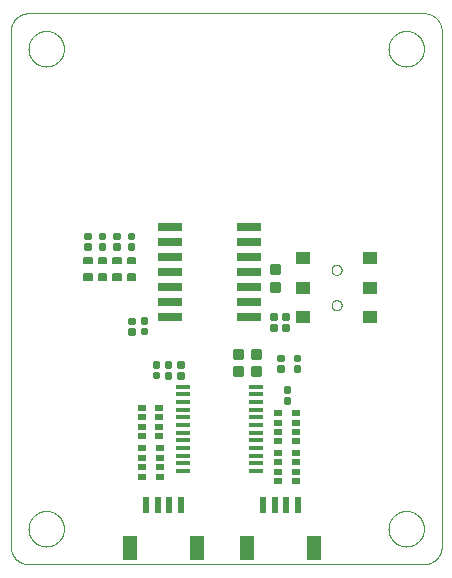
<source format=gtp>
G75*
%MOIN*%
%OFA0B0*%
%FSLAX25Y25*%
%IPPOS*%
%LPD*%
%AMOC8*
5,1,8,0,0,1.08239X$1,22.5*
%
%ADD10C,0.00000*%
%ADD11C,0.01250*%
%ADD12C,0.00875*%
%ADD13R,0.02559X0.01969*%
%ADD14R,0.04528X0.01575*%
%ADD15R,0.08000X0.02600*%
%ADD16C,0.00625*%
%ADD17R,0.02362X0.05315*%
%ADD18R,0.04724X0.07874*%
%ADD19R,0.04528X0.03937*%
D10*
X0007306Y0001900D02*
X0139117Y0001900D01*
X0139269Y0001902D01*
X0139421Y0001908D01*
X0139573Y0001918D01*
X0139724Y0001931D01*
X0139875Y0001949D01*
X0140026Y0001970D01*
X0140176Y0001996D01*
X0140325Y0002025D01*
X0140474Y0002058D01*
X0140621Y0002095D01*
X0140768Y0002135D01*
X0140913Y0002180D01*
X0141057Y0002228D01*
X0141200Y0002280D01*
X0141342Y0002335D01*
X0141482Y0002394D01*
X0141621Y0002457D01*
X0141758Y0002523D01*
X0141893Y0002593D01*
X0142026Y0002666D01*
X0142157Y0002743D01*
X0142287Y0002823D01*
X0142414Y0002906D01*
X0142539Y0002992D01*
X0142662Y0003082D01*
X0142782Y0003175D01*
X0142900Y0003271D01*
X0143016Y0003370D01*
X0143129Y0003472D01*
X0143239Y0003576D01*
X0143347Y0003684D01*
X0143451Y0003794D01*
X0143553Y0003907D01*
X0143652Y0004023D01*
X0143748Y0004141D01*
X0143841Y0004261D01*
X0143931Y0004384D01*
X0144017Y0004509D01*
X0144100Y0004636D01*
X0144180Y0004766D01*
X0144257Y0004897D01*
X0144330Y0005030D01*
X0144400Y0005165D01*
X0144466Y0005302D01*
X0144529Y0005441D01*
X0144588Y0005581D01*
X0144643Y0005723D01*
X0144695Y0005866D01*
X0144743Y0006010D01*
X0144788Y0006155D01*
X0144828Y0006302D01*
X0144865Y0006449D01*
X0144898Y0006598D01*
X0144927Y0006747D01*
X0144953Y0006897D01*
X0144974Y0007048D01*
X0144992Y0007199D01*
X0145005Y0007350D01*
X0145015Y0007502D01*
X0145021Y0007654D01*
X0145023Y0007806D01*
X0145022Y0007806D02*
X0145022Y0179617D01*
X0145023Y0179617D02*
X0145021Y0179769D01*
X0145015Y0179921D01*
X0145005Y0180073D01*
X0144992Y0180224D01*
X0144974Y0180375D01*
X0144953Y0180526D01*
X0144927Y0180676D01*
X0144898Y0180825D01*
X0144865Y0180974D01*
X0144828Y0181121D01*
X0144788Y0181268D01*
X0144743Y0181413D01*
X0144695Y0181557D01*
X0144643Y0181700D01*
X0144588Y0181842D01*
X0144529Y0181982D01*
X0144466Y0182121D01*
X0144400Y0182258D01*
X0144330Y0182393D01*
X0144257Y0182526D01*
X0144180Y0182657D01*
X0144100Y0182787D01*
X0144017Y0182914D01*
X0143931Y0183039D01*
X0143841Y0183162D01*
X0143748Y0183282D01*
X0143652Y0183400D01*
X0143553Y0183516D01*
X0143451Y0183629D01*
X0143347Y0183739D01*
X0143239Y0183847D01*
X0143129Y0183951D01*
X0143016Y0184053D01*
X0142900Y0184152D01*
X0142782Y0184248D01*
X0142662Y0184341D01*
X0142539Y0184431D01*
X0142414Y0184517D01*
X0142287Y0184600D01*
X0142157Y0184680D01*
X0142026Y0184757D01*
X0141893Y0184830D01*
X0141758Y0184900D01*
X0141621Y0184966D01*
X0141482Y0185029D01*
X0141342Y0185088D01*
X0141200Y0185143D01*
X0141057Y0185195D01*
X0140913Y0185243D01*
X0140768Y0185288D01*
X0140621Y0185328D01*
X0140474Y0185365D01*
X0140325Y0185398D01*
X0140176Y0185427D01*
X0140026Y0185453D01*
X0139875Y0185474D01*
X0139724Y0185492D01*
X0139573Y0185505D01*
X0139421Y0185515D01*
X0139269Y0185521D01*
X0139117Y0185523D01*
X0139117Y0185522D02*
X0007306Y0185522D01*
X0007306Y0185523D02*
X0007154Y0185521D01*
X0007002Y0185515D01*
X0006850Y0185505D01*
X0006699Y0185492D01*
X0006548Y0185474D01*
X0006397Y0185453D01*
X0006247Y0185427D01*
X0006098Y0185398D01*
X0005949Y0185365D01*
X0005802Y0185328D01*
X0005655Y0185288D01*
X0005510Y0185243D01*
X0005366Y0185195D01*
X0005223Y0185143D01*
X0005081Y0185088D01*
X0004941Y0185029D01*
X0004802Y0184966D01*
X0004665Y0184900D01*
X0004530Y0184830D01*
X0004397Y0184757D01*
X0004266Y0184680D01*
X0004136Y0184600D01*
X0004009Y0184517D01*
X0003884Y0184431D01*
X0003761Y0184341D01*
X0003641Y0184248D01*
X0003523Y0184152D01*
X0003407Y0184053D01*
X0003294Y0183951D01*
X0003184Y0183847D01*
X0003076Y0183739D01*
X0002972Y0183629D01*
X0002870Y0183516D01*
X0002771Y0183400D01*
X0002675Y0183282D01*
X0002582Y0183162D01*
X0002492Y0183039D01*
X0002406Y0182914D01*
X0002323Y0182787D01*
X0002243Y0182657D01*
X0002166Y0182526D01*
X0002093Y0182393D01*
X0002023Y0182258D01*
X0001957Y0182121D01*
X0001894Y0181982D01*
X0001835Y0181842D01*
X0001780Y0181700D01*
X0001728Y0181557D01*
X0001680Y0181413D01*
X0001635Y0181268D01*
X0001595Y0181121D01*
X0001558Y0180974D01*
X0001525Y0180825D01*
X0001496Y0180676D01*
X0001470Y0180526D01*
X0001449Y0180375D01*
X0001431Y0180224D01*
X0001418Y0180073D01*
X0001408Y0179921D01*
X0001402Y0179769D01*
X0001400Y0179617D01*
X0001400Y0007806D01*
X0001402Y0007654D01*
X0001408Y0007502D01*
X0001418Y0007350D01*
X0001431Y0007199D01*
X0001449Y0007048D01*
X0001470Y0006897D01*
X0001496Y0006747D01*
X0001525Y0006598D01*
X0001558Y0006449D01*
X0001595Y0006302D01*
X0001635Y0006155D01*
X0001680Y0006010D01*
X0001728Y0005866D01*
X0001780Y0005723D01*
X0001835Y0005581D01*
X0001894Y0005441D01*
X0001957Y0005302D01*
X0002023Y0005165D01*
X0002093Y0005030D01*
X0002166Y0004897D01*
X0002243Y0004766D01*
X0002323Y0004636D01*
X0002406Y0004509D01*
X0002492Y0004384D01*
X0002582Y0004261D01*
X0002675Y0004141D01*
X0002771Y0004023D01*
X0002870Y0003907D01*
X0002972Y0003794D01*
X0003076Y0003684D01*
X0003184Y0003576D01*
X0003294Y0003472D01*
X0003407Y0003370D01*
X0003523Y0003271D01*
X0003641Y0003175D01*
X0003761Y0003082D01*
X0003884Y0002992D01*
X0004009Y0002906D01*
X0004136Y0002823D01*
X0004266Y0002743D01*
X0004397Y0002666D01*
X0004530Y0002593D01*
X0004665Y0002523D01*
X0004802Y0002457D01*
X0004941Y0002394D01*
X0005081Y0002335D01*
X0005223Y0002280D01*
X0005366Y0002228D01*
X0005510Y0002180D01*
X0005655Y0002135D01*
X0005802Y0002095D01*
X0005949Y0002058D01*
X0006098Y0002025D01*
X0006247Y0001996D01*
X0006397Y0001970D01*
X0006548Y0001949D01*
X0006699Y0001931D01*
X0006850Y0001918D01*
X0007002Y0001908D01*
X0007154Y0001902D01*
X0007306Y0001900D01*
X0007305Y0013711D02*
X0007307Y0013864D01*
X0007313Y0014018D01*
X0007323Y0014171D01*
X0007337Y0014323D01*
X0007355Y0014476D01*
X0007377Y0014627D01*
X0007402Y0014778D01*
X0007432Y0014929D01*
X0007466Y0015079D01*
X0007503Y0015227D01*
X0007544Y0015375D01*
X0007589Y0015521D01*
X0007638Y0015667D01*
X0007691Y0015811D01*
X0007747Y0015953D01*
X0007807Y0016094D01*
X0007871Y0016234D01*
X0007938Y0016372D01*
X0008009Y0016508D01*
X0008084Y0016642D01*
X0008161Y0016774D01*
X0008243Y0016904D01*
X0008327Y0017032D01*
X0008415Y0017158D01*
X0008506Y0017281D01*
X0008600Y0017402D01*
X0008698Y0017520D01*
X0008798Y0017636D01*
X0008902Y0017749D01*
X0009008Y0017860D01*
X0009117Y0017968D01*
X0009229Y0018073D01*
X0009343Y0018174D01*
X0009461Y0018273D01*
X0009580Y0018369D01*
X0009702Y0018462D01*
X0009827Y0018551D01*
X0009954Y0018638D01*
X0010083Y0018720D01*
X0010214Y0018800D01*
X0010347Y0018876D01*
X0010482Y0018949D01*
X0010619Y0019018D01*
X0010758Y0019083D01*
X0010898Y0019145D01*
X0011040Y0019203D01*
X0011183Y0019258D01*
X0011328Y0019309D01*
X0011474Y0019356D01*
X0011621Y0019399D01*
X0011769Y0019438D01*
X0011918Y0019474D01*
X0012068Y0019505D01*
X0012219Y0019533D01*
X0012370Y0019557D01*
X0012523Y0019577D01*
X0012675Y0019593D01*
X0012828Y0019605D01*
X0012981Y0019613D01*
X0013134Y0019617D01*
X0013288Y0019617D01*
X0013441Y0019613D01*
X0013594Y0019605D01*
X0013747Y0019593D01*
X0013899Y0019577D01*
X0014052Y0019557D01*
X0014203Y0019533D01*
X0014354Y0019505D01*
X0014504Y0019474D01*
X0014653Y0019438D01*
X0014801Y0019399D01*
X0014948Y0019356D01*
X0015094Y0019309D01*
X0015239Y0019258D01*
X0015382Y0019203D01*
X0015524Y0019145D01*
X0015664Y0019083D01*
X0015803Y0019018D01*
X0015940Y0018949D01*
X0016075Y0018876D01*
X0016208Y0018800D01*
X0016339Y0018720D01*
X0016468Y0018638D01*
X0016595Y0018551D01*
X0016720Y0018462D01*
X0016842Y0018369D01*
X0016961Y0018273D01*
X0017079Y0018174D01*
X0017193Y0018073D01*
X0017305Y0017968D01*
X0017414Y0017860D01*
X0017520Y0017749D01*
X0017624Y0017636D01*
X0017724Y0017520D01*
X0017822Y0017402D01*
X0017916Y0017281D01*
X0018007Y0017158D01*
X0018095Y0017032D01*
X0018179Y0016904D01*
X0018261Y0016774D01*
X0018338Y0016642D01*
X0018413Y0016508D01*
X0018484Y0016372D01*
X0018551Y0016234D01*
X0018615Y0016094D01*
X0018675Y0015953D01*
X0018731Y0015811D01*
X0018784Y0015667D01*
X0018833Y0015521D01*
X0018878Y0015375D01*
X0018919Y0015227D01*
X0018956Y0015079D01*
X0018990Y0014929D01*
X0019020Y0014778D01*
X0019045Y0014627D01*
X0019067Y0014476D01*
X0019085Y0014323D01*
X0019099Y0014171D01*
X0019109Y0014018D01*
X0019115Y0013864D01*
X0019117Y0013711D01*
X0019115Y0013558D01*
X0019109Y0013404D01*
X0019099Y0013251D01*
X0019085Y0013099D01*
X0019067Y0012946D01*
X0019045Y0012795D01*
X0019020Y0012644D01*
X0018990Y0012493D01*
X0018956Y0012343D01*
X0018919Y0012195D01*
X0018878Y0012047D01*
X0018833Y0011901D01*
X0018784Y0011755D01*
X0018731Y0011611D01*
X0018675Y0011469D01*
X0018615Y0011328D01*
X0018551Y0011188D01*
X0018484Y0011050D01*
X0018413Y0010914D01*
X0018338Y0010780D01*
X0018261Y0010648D01*
X0018179Y0010518D01*
X0018095Y0010390D01*
X0018007Y0010264D01*
X0017916Y0010141D01*
X0017822Y0010020D01*
X0017724Y0009902D01*
X0017624Y0009786D01*
X0017520Y0009673D01*
X0017414Y0009562D01*
X0017305Y0009454D01*
X0017193Y0009349D01*
X0017079Y0009248D01*
X0016961Y0009149D01*
X0016842Y0009053D01*
X0016720Y0008960D01*
X0016595Y0008871D01*
X0016468Y0008784D01*
X0016339Y0008702D01*
X0016208Y0008622D01*
X0016075Y0008546D01*
X0015940Y0008473D01*
X0015803Y0008404D01*
X0015664Y0008339D01*
X0015524Y0008277D01*
X0015382Y0008219D01*
X0015239Y0008164D01*
X0015094Y0008113D01*
X0014948Y0008066D01*
X0014801Y0008023D01*
X0014653Y0007984D01*
X0014504Y0007948D01*
X0014354Y0007917D01*
X0014203Y0007889D01*
X0014052Y0007865D01*
X0013899Y0007845D01*
X0013747Y0007829D01*
X0013594Y0007817D01*
X0013441Y0007809D01*
X0013288Y0007805D01*
X0013134Y0007805D01*
X0012981Y0007809D01*
X0012828Y0007817D01*
X0012675Y0007829D01*
X0012523Y0007845D01*
X0012370Y0007865D01*
X0012219Y0007889D01*
X0012068Y0007917D01*
X0011918Y0007948D01*
X0011769Y0007984D01*
X0011621Y0008023D01*
X0011474Y0008066D01*
X0011328Y0008113D01*
X0011183Y0008164D01*
X0011040Y0008219D01*
X0010898Y0008277D01*
X0010758Y0008339D01*
X0010619Y0008404D01*
X0010482Y0008473D01*
X0010347Y0008546D01*
X0010214Y0008622D01*
X0010083Y0008702D01*
X0009954Y0008784D01*
X0009827Y0008871D01*
X0009702Y0008960D01*
X0009580Y0009053D01*
X0009461Y0009149D01*
X0009343Y0009248D01*
X0009229Y0009349D01*
X0009117Y0009454D01*
X0009008Y0009562D01*
X0008902Y0009673D01*
X0008798Y0009786D01*
X0008698Y0009902D01*
X0008600Y0010020D01*
X0008506Y0010141D01*
X0008415Y0010264D01*
X0008327Y0010390D01*
X0008243Y0010518D01*
X0008161Y0010648D01*
X0008084Y0010780D01*
X0008009Y0010914D01*
X0007938Y0011050D01*
X0007871Y0011188D01*
X0007807Y0011328D01*
X0007747Y0011469D01*
X0007691Y0011611D01*
X0007638Y0011755D01*
X0007589Y0011901D01*
X0007544Y0012047D01*
X0007503Y0012195D01*
X0007466Y0012343D01*
X0007432Y0012493D01*
X0007402Y0012644D01*
X0007377Y0012795D01*
X0007355Y0012946D01*
X0007337Y0013099D01*
X0007323Y0013251D01*
X0007313Y0013404D01*
X0007307Y0013558D01*
X0007305Y0013711D01*
X0108327Y0088194D02*
X0108329Y0088275D01*
X0108335Y0088357D01*
X0108345Y0088438D01*
X0108359Y0088518D01*
X0108376Y0088597D01*
X0108398Y0088676D01*
X0108423Y0088753D01*
X0108452Y0088830D01*
X0108485Y0088904D01*
X0108522Y0088977D01*
X0108561Y0089048D01*
X0108605Y0089117D01*
X0108651Y0089184D01*
X0108701Y0089248D01*
X0108754Y0089310D01*
X0108810Y0089370D01*
X0108868Y0089426D01*
X0108930Y0089480D01*
X0108994Y0089531D01*
X0109060Y0089578D01*
X0109128Y0089622D01*
X0109199Y0089663D01*
X0109271Y0089700D01*
X0109346Y0089734D01*
X0109421Y0089764D01*
X0109499Y0089790D01*
X0109577Y0089813D01*
X0109656Y0089831D01*
X0109736Y0089846D01*
X0109817Y0089857D01*
X0109898Y0089864D01*
X0109980Y0089867D01*
X0110061Y0089866D01*
X0110142Y0089861D01*
X0110223Y0089852D01*
X0110304Y0089839D01*
X0110384Y0089822D01*
X0110462Y0089802D01*
X0110540Y0089777D01*
X0110617Y0089749D01*
X0110692Y0089717D01*
X0110765Y0089682D01*
X0110836Y0089643D01*
X0110906Y0089600D01*
X0110973Y0089555D01*
X0111039Y0089506D01*
X0111101Y0089454D01*
X0111161Y0089398D01*
X0111218Y0089340D01*
X0111273Y0089280D01*
X0111324Y0089216D01*
X0111372Y0089151D01*
X0111417Y0089083D01*
X0111459Y0089013D01*
X0111497Y0088941D01*
X0111532Y0088867D01*
X0111563Y0088792D01*
X0111590Y0088715D01*
X0111613Y0088637D01*
X0111633Y0088558D01*
X0111649Y0088478D01*
X0111661Y0088397D01*
X0111669Y0088316D01*
X0111673Y0088235D01*
X0111673Y0088153D01*
X0111669Y0088072D01*
X0111661Y0087991D01*
X0111649Y0087910D01*
X0111633Y0087830D01*
X0111613Y0087751D01*
X0111590Y0087673D01*
X0111563Y0087596D01*
X0111532Y0087521D01*
X0111497Y0087447D01*
X0111459Y0087375D01*
X0111417Y0087305D01*
X0111372Y0087237D01*
X0111324Y0087172D01*
X0111273Y0087108D01*
X0111218Y0087048D01*
X0111161Y0086990D01*
X0111101Y0086934D01*
X0111039Y0086882D01*
X0110973Y0086833D01*
X0110906Y0086788D01*
X0110837Y0086745D01*
X0110765Y0086706D01*
X0110692Y0086671D01*
X0110617Y0086639D01*
X0110540Y0086611D01*
X0110462Y0086586D01*
X0110384Y0086566D01*
X0110304Y0086549D01*
X0110223Y0086536D01*
X0110142Y0086527D01*
X0110061Y0086522D01*
X0109980Y0086521D01*
X0109898Y0086524D01*
X0109817Y0086531D01*
X0109736Y0086542D01*
X0109656Y0086557D01*
X0109577Y0086575D01*
X0109499Y0086598D01*
X0109421Y0086624D01*
X0109346Y0086654D01*
X0109271Y0086688D01*
X0109199Y0086725D01*
X0109128Y0086766D01*
X0109060Y0086810D01*
X0108994Y0086857D01*
X0108930Y0086908D01*
X0108868Y0086962D01*
X0108810Y0087018D01*
X0108754Y0087078D01*
X0108701Y0087140D01*
X0108651Y0087204D01*
X0108605Y0087271D01*
X0108561Y0087340D01*
X0108522Y0087411D01*
X0108485Y0087484D01*
X0108452Y0087558D01*
X0108423Y0087635D01*
X0108398Y0087712D01*
X0108376Y0087791D01*
X0108359Y0087870D01*
X0108345Y0087950D01*
X0108335Y0088031D01*
X0108329Y0088113D01*
X0108327Y0088194D01*
X0108327Y0100006D02*
X0108329Y0100087D01*
X0108335Y0100169D01*
X0108345Y0100250D01*
X0108359Y0100330D01*
X0108376Y0100409D01*
X0108398Y0100488D01*
X0108423Y0100565D01*
X0108452Y0100642D01*
X0108485Y0100716D01*
X0108522Y0100789D01*
X0108561Y0100860D01*
X0108605Y0100929D01*
X0108651Y0100996D01*
X0108701Y0101060D01*
X0108754Y0101122D01*
X0108810Y0101182D01*
X0108868Y0101238D01*
X0108930Y0101292D01*
X0108994Y0101343D01*
X0109060Y0101390D01*
X0109128Y0101434D01*
X0109199Y0101475D01*
X0109271Y0101512D01*
X0109346Y0101546D01*
X0109421Y0101576D01*
X0109499Y0101602D01*
X0109577Y0101625D01*
X0109656Y0101643D01*
X0109736Y0101658D01*
X0109817Y0101669D01*
X0109898Y0101676D01*
X0109980Y0101679D01*
X0110061Y0101678D01*
X0110142Y0101673D01*
X0110223Y0101664D01*
X0110304Y0101651D01*
X0110384Y0101634D01*
X0110462Y0101614D01*
X0110540Y0101589D01*
X0110617Y0101561D01*
X0110692Y0101529D01*
X0110765Y0101494D01*
X0110836Y0101455D01*
X0110906Y0101412D01*
X0110973Y0101367D01*
X0111039Y0101318D01*
X0111101Y0101266D01*
X0111161Y0101210D01*
X0111218Y0101152D01*
X0111273Y0101092D01*
X0111324Y0101028D01*
X0111372Y0100963D01*
X0111417Y0100895D01*
X0111459Y0100825D01*
X0111497Y0100753D01*
X0111532Y0100679D01*
X0111563Y0100604D01*
X0111590Y0100527D01*
X0111613Y0100449D01*
X0111633Y0100370D01*
X0111649Y0100290D01*
X0111661Y0100209D01*
X0111669Y0100128D01*
X0111673Y0100047D01*
X0111673Y0099965D01*
X0111669Y0099884D01*
X0111661Y0099803D01*
X0111649Y0099722D01*
X0111633Y0099642D01*
X0111613Y0099563D01*
X0111590Y0099485D01*
X0111563Y0099408D01*
X0111532Y0099333D01*
X0111497Y0099259D01*
X0111459Y0099187D01*
X0111417Y0099117D01*
X0111372Y0099049D01*
X0111324Y0098984D01*
X0111273Y0098920D01*
X0111218Y0098860D01*
X0111161Y0098802D01*
X0111101Y0098746D01*
X0111039Y0098694D01*
X0110973Y0098645D01*
X0110906Y0098600D01*
X0110837Y0098557D01*
X0110765Y0098518D01*
X0110692Y0098483D01*
X0110617Y0098451D01*
X0110540Y0098423D01*
X0110462Y0098398D01*
X0110384Y0098378D01*
X0110304Y0098361D01*
X0110223Y0098348D01*
X0110142Y0098339D01*
X0110061Y0098334D01*
X0109980Y0098333D01*
X0109898Y0098336D01*
X0109817Y0098343D01*
X0109736Y0098354D01*
X0109656Y0098369D01*
X0109577Y0098387D01*
X0109499Y0098410D01*
X0109421Y0098436D01*
X0109346Y0098466D01*
X0109271Y0098500D01*
X0109199Y0098537D01*
X0109128Y0098578D01*
X0109060Y0098622D01*
X0108994Y0098669D01*
X0108930Y0098720D01*
X0108868Y0098774D01*
X0108810Y0098830D01*
X0108754Y0098890D01*
X0108701Y0098952D01*
X0108651Y0099016D01*
X0108605Y0099083D01*
X0108561Y0099152D01*
X0108522Y0099223D01*
X0108485Y0099296D01*
X0108452Y0099370D01*
X0108423Y0099447D01*
X0108398Y0099524D01*
X0108376Y0099603D01*
X0108359Y0099682D01*
X0108345Y0099762D01*
X0108335Y0099843D01*
X0108329Y0099925D01*
X0108327Y0100006D01*
X0127305Y0173711D02*
X0127307Y0173864D01*
X0127313Y0174018D01*
X0127323Y0174171D01*
X0127337Y0174323D01*
X0127355Y0174476D01*
X0127377Y0174627D01*
X0127402Y0174778D01*
X0127432Y0174929D01*
X0127466Y0175079D01*
X0127503Y0175227D01*
X0127544Y0175375D01*
X0127589Y0175521D01*
X0127638Y0175667D01*
X0127691Y0175811D01*
X0127747Y0175953D01*
X0127807Y0176094D01*
X0127871Y0176234D01*
X0127938Y0176372D01*
X0128009Y0176508D01*
X0128084Y0176642D01*
X0128161Y0176774D01*
X0128243Y0176904D01*
X0128327Y0177032D01*
X0128415Y0177158D01*
X0128506Y0177281D01*
X0128600Y0177402D01*
X0128698Y0177520D01*
X0128798Y0177636D01*
X0128902Y0177749D01*
X0129008Y0177860D01*
X0129117Y0177968D01*
X0129229Y0178073D01*
X0129343Y0178174D01*
X0129461Y0178273D01*
X0129580Y0178369D01*
X0129702Y0178462D01*
X0129827Y0178551D01*
X0129954Y0178638D01*
X0130083Y0178720D01*
X0130214Y0178800D01*
X0130347Y0178876D01*
X0130482Y0178949D01*
X0130619Y0179018D01*
X0130758Y0179083D01*
X0130898Y0179145D01*
X0131040Y0179203D01*
X0131183Y0179258D01*
X0131328Y0179309D01*
X0131474Y0179356D01*
X0131621Y0179399D01*
X0131769Y0179438D01*
X0131918Y0179474D01*
X0132068Y0179505D01*
X0132219Y0179533D01*
X0132370Y0179557D01*
X0132523Y0179577D01*
X0132675Y0179593D01*
X0132828Y0179605D01*
X0132981Y0179613D01*
X0133134Y0179617D01*
X0133288Y0179617D01*
X0133441Y0179613D01*
X0133594Y0179605D01*
X0133747Y0179593D01*
X0133899Y0179577D01*
X0134052Y0179557D01*
X0134203Y0179533D01*
X0134354Y0179505D01*
X0134504Y0179474D01*
X0134653Y0179438D01*
X0134801Y0179399D01*
X0134948Y0179356D01*
X0135094Y0179309D01*
X0135239Y0179258D01*
X0135382Y0179203D01*
X0135524Y0179145D01*
X0135664Y0179083D01*
X0135803Y0179018D01*
X0135940Y0178949D01*
X0136075Y0178876D01*
X0136208Y0178800D01*
X0136339Y0178720D01*
X0136468Y0178638D01*
X0136595Y0178551D01*
X0136720Y0178462D01*
X0136842Y0178369D01*
X0136961Y0178273D01*
X0137079Y0178174D01*
X0137193Y0178073D01*
X0137305Y0177968D01*
X0137414Y0177860D01*
X0137520Y0177749D01*
X0137624Y0177636D01*
X0137724Y0177520D01*
X0137822Y0177402D01*
X0137916Y0177281D01*
X0138007Y0177158D01*
X0138095Y0177032D01*
X0138179Y0176904D01*
X0138261Y0176774D01*
X0138338Y0176642D01*
X0138413Y0176508D01*
X0138484Y0176372D01*
X0138551Y0176234D01*
X0138615Y0176094D01*
X0138675Y0175953D01*
X0138731Y0175811D01*
X0138784Y0175667D01*
X0138833Y0175521D01*
X0138878Y0175375D01*
X0138919Y0175227D01*
X0138956Y0175079D01*
X0138990Y0174929D01*
X0139020Y0174778D01*
X0139045Y0174627D01*
X0139067Y0174476D01*
X0139085Y0174323D01*
X0139099Y0174171D01*
X0139109Y0174018D01*
X0139115Y0173864D01*
X0139117Y0173711D01*
X0139115Y0173558D01*
X0139109Y0173404D01*
X0139099Y0173251D01*
X0139085Y0173099D01*
X0139067Y0172946D01*
X0139045Y0172795D01*
X0139020Y0172644D01*
X0138990Y0172493D01*
X0138956Y0172343D01*
X0138919Y0172195D01*
X0138878Y0172047D01*
X0138833Y0171901D01*
X0138784Y0171755D01*
X0138731Y0171611D01*
X0138675Y0171469D01*
X0138615Y0171328D01*
X0138551Y0171188D01*
X0138484Y0171050D01*
X0138413Y0170914D01*
X0138338Y0170780D01*
X0138261Y0170648D01*
X0138179Y0170518D01*
X0138095Y0170390D01*
X0138007Y0170264D01*
X0137916Y0170141D01*
X0137822Y0170020D01*
X0137724Y0169902D01*
X0137624Y0169786D01*
X0137520Y0169673D01*
X0137414Y0169562D01*
X0137305Y0169454D01*
X0137193Y0169349D01*
X0137079Y0169248D01*
X0136961Y0169149D01*
X0136842Y0169053D01*
X0136720Y0168960D01*
X0136595Y0168871D01*
X0136468Y0168784D01*
X0136339Y0168702D01*
X0136208Y0168622D01*
X0136075Y0168546D01*
X0135940Y0168473D01*
X0135803Y0168404D01*
X0135664Y0168339D01*
X0135524Y0168277D01*
X0135382Y0168219D01*
X0135239Y0168164D01*
X0135094Y0168113D01*
X0134948Y0168066D01*
X0134801Y0168023D01*
X0134653Y0167984D01*
X0134504Y0167948D01*
X0134354Y0167917D01*
X0134203Y0167889D01*
X0134052Y0167865D01*
X0133899Y0167845D01*
X0133747Y0167829D01*
X0133594Y0167817D01*
X0133441Y0167809D01*
X0133288Y0167805D01*
X0133134Y0167805D01*
X0132981Y0167809D01*
X0132828Y0167817D01*
X0132675Y0167829D01*
X0132523Y0167845D01*
X0132370Y0167865D01*
X0132219Y0167889D01*
X0132068Y0167917D01*
X0131918Y0167948D01*
X0131769Y0167984D01*
X0131621Y0168023D01*
X0131474Y0168066D01*
X0131328Y0168113D01*
X0131183Y0168164D01*
X0131040Y0168219D01*
X0130898Y0168277D01*
X0130758Y0168339D01*
X0130619Y0168404D01*
X0130482Y0168473D01*
X0130347Y0168546D01*
X0130214Y0168622D01*
X0130083Y0168702D01*
X0129954Y0168784D01*
X0129827Y0168871D01*
X0129702Y0168960D01*
X0129580Y0169053D01*
X0129461Y0169149D01*
X0129343Y0169248D01*
X0129229Y0169349D01*
X0129117Y0169454D01*
X0129008Y0169562D01*
X0128902Y0169673D01*
X0128798Y0169786D01*
X0128698Y0169902D01*
X0128600Y0170020D01*
X0128506Y0170141D01*
X0128415Y0170264D01*
X0128327Y0170390D01*
X0128243Y0170518D01*
X0128161Y0170648D01*
X0128084Y0170780D01*
X0128009Y0170914D01*
X0127938Y0171050D01*
X0127871Y0171188D01*
X0127807Y0171328D01*
X0127747Y0171469D01*
X0127691Y0171611D01*
X0127638Y0171755D01*
X0127589Y0171901D01*
X0127544Y0172047D01*
X0127503Y0172195D01*
X0127466Y0172343D01*
X0127432Y0172493D01*
X0127402Y0172644D01*
X0127377Y0172795D01*
X0127355Y0172946D01*
X0127337Y0173099D01*
X0127323Y0173251D01*
X0127313Y0173404D01*
X0127307Y0173558D01*
X0127305Y0173711D01*
X0007305Y0173711D02*
X0007307Y0173864D01*
X0007313Y0174018D01*
X0007323Y0174171D01*
X0007337Y0174323D01*
X0007355Y0174476D01*
X0007377Y0174627D01*
X0007402Y0174778D01*
X0007432Y0174929D01*
X0007466Y0175079D01*
X0007503Y0175227D01*
X0007544Y0175375D01*
X0007589Y0175521D01*
X0007638Y0175667D01*
X0007691Y0175811D01*
X0007747Y0175953D01*
X0007807Y0176094D01*
X0007871Y0176234D01*
X0007938Y0176372D01*
X0008009Y0176508D01*
X0008084Y0176642D01*
X0008161Y0176774D01*
X0008243Y0176904D01*
X0008327Y0177032D01*
X0008415Y0177158D01*
X0008506Y0177281D01*
X0008600Y0177402D01*
X0008698Y0177520D01*
X0008798Y0177636D01*
X0008902Y0177749D01*
X0009008Y0177860D01*
X0009117Y0177968D01*
X0009229Y0178073D01*
X0009343Y0178174D01*
X0009461Y0178273D01*
X0009580Y0178369D01*
X0009702Y0178462D01*
X0009827Y0178551D01*
X0009954Y0178638D01*
X0010083Y0178720D01*
X0010214Y0178800D01*
X0010347Y0178876D01*
X0010482Y0178949D01*
X0010619Y0179018D01*
X0010758Y0179083D01*
X0010898Y0179145D01*
X0011040Y0179203D01*
X0011183Y0179258D01*
X0011328Y0179309D01*
X0011474Y0179356D01*
X0011621Y0179399D01*
X0011769Y0179438D01*
X0011918Y0179474D01*
X0012068Y0179505D01*
X0012219Y0179533D01*
X0012370Y0179557D01*
X0012523Y0179577D01*
X0012675Y0179593D01*
X0012828Y0179605D01*
X0012981Y0179613D01*
X0013134Y0179617D01*
X0013288Y0179617D01*
X0013441Y0179613D01*
X0013594Y0179605D01*
X0013747Y0179593D01*
X0013899Y0179577D01*
X0014052Y0179557D01*
X0014203Y0179533D01*
X0014354Y0179505D01*
X0014504Y0179474D01*
X0014653Y0179438D01*
X0014801Y0179399D01*
X0014948Y0179356D01*
X0015094Y0179309D01*
X0015239Y0179258D01*
X0015382Y0179203D01*
X0015524Y0179145D01*
X0015664Y0179083D01*
X0015803Y0179018D01*
X0015940Y0178949D01*
X0016075Y0178876D01*
X0016208Y0178800D01*
X0016339Y0178720D01*
X0016468Y0178638D01*
X0016595Y0178551D01*
X0016720Y0178462D01*
X0016842Y0178369D01*
X0016961Y0178273D01*
X0017079Y0178174D01*
X0017193Y0178073D01*
X0017305Y0177968D01*
X0017414Y0177860D01*
X0017520Y0177749D01*
X0017624Y0177636D01*
X0017724Y0177520D01*
X0017822Y0177402D01*
X0017916Y0177281D01*
X0018007Y0177158D01*
X0018095Y0177032D01*
X0018179Y0176904D01*
X0018261Y0176774D01*
X0018338Y0176642D01*
X0018413Y0176508D01*
X0018484Y0176372D01*
X0018551Y0176234D01*
X0018615Y0176094D01*
X0018675Y0175953D01*
X0018731Y0175811D01*
X0018784Y0175667D01*
X0018833Y0175521D01*
X0018878Y0175375D01*
X0018919Y0175227D01*
X0018956Y0175079D01*
X0018990Y0174929D01*
X0019020Y0174778D01*
X0019045Y0174627D01*
X0019067Y0174476D01*
X0019085Y0174323D01*
X0019099Y0174171D01*
X0019109Y0174018D01*
X0019115Y0173864D01*
X0019117Y0173711D01*
X0019115Y0173558D01*
X0019109Y0173404D01*
X0019099Y0173251D01*
X0019085Y0173099D01*
X0019067Y0172946D01*
X0019045Y0172795D01*
X0019020Y0172644D01*
X0018990Y0172493D01*
X0018956Y0172343D01*
X0018919Y0172195D01*
X0018878Y0172047D01*
X0018833Y0171901D01*
X0018784Y0171755D01*
X0018731Y0171611D01*
X0018675Y0171469D01*
X0018615Y0171328D01*
X0018551Y0171188D01*
X0018484Y0171050D01*
X0018413Y0170914D01*
X0018338Y0170780D01*
X0018261Y0170648D01*
X0018179Y0170518D01*
X0018095Y0170390D01*
X0018007Y0170264D01*
X0017916Y0170141D01*
X0017822Y0170020D01*
X0017724Y0169902D01*
X0017624Y0169786D01*
X0017520Y0169673D01*
X0017414Y0169562D01*
X0017305Y0169454D01*
X0017193Y0169349D01*
X0017079Y0169248D01*
X0016961Y0169149D01*
X0016842Y0169053D01*
X0016720Y0168960D01*
X0016595Y0168871D01*
X0016468Y0168784D01*
X0016339Y0168702D01*
X0016208Y0168622D01*
X0016075Y0168546D01*
X0015940Y0168473D01*
X0015803Y0168404D01*
X0015664Y0168339D01*
X0015524Y0168277D01*
X0015382Y0168219D01*
X0015239Y0168164D01*
X0015094Y0168113D01*
X0014948Y0168066D01*
X0014801Y0168023D01*
X0014653Y0167984D01*
X0014504Y0167948D01*
X0014354Y0167917D01*
X0014203Y0167889D01*
X0014052Y0167865D01*
X0013899Y0167845D01*
X0013747Y0167829D01*
X0013594Y0167817D01*
X0013441Y0167809D01*
X0013288Y0167805D01*
X0013134Y0167805D01*
X0012981Y0167809D01*
X0012828Y0167817D01*
X0012675Y0167829D01*
X0012523Y0167845D01*
X0012370Y0167865D01*
X0012219Y0167889D01*
X0012068Y0167917D01*
X0011918Y0167948D01*
X0011769Y0167984D01*
X0011621Y0168023D01*
X0011474Y0168066D01*
X0011328Y0168113D01*
X0011183Y0168164D01*
X0011040Y0168219D01*
X0010898Y0168277D01*
X0010758Y0168339D01*
X0010619Y0168404D01*
X0010482Y0168473D01*
X0010347Y0168546D01*
X0010214Y0168622D01*
X0010083Y0168702D01*
X0009954Y0168784D01*
X0009827Y0168871D01*
X0009702Y0168960D01*
X0009580Y0169053D01*
X0009461Y0169149D01*
X0009343Y0169248D01*
X0009229Y0169349D01*
X0009117Y0169454D01*
X0009008Y0169562D01*
X0008902Y0169673D01*
X0008798Y0169786D01*
X0008698Y0169902D01*
X0008600Y0170020D01*
X0008506Y0170141D01*
X0008415Y0170264D01*
X0008327Y0170390D01*
X0008243Y0170518D01*
X0008161Y0170648D01*
X0008084Y0170780D01*
X0008009Y0170914D01*
X0007938Y0171050D01*
X0007871Y0171188D01*
X0007807Y0171328D01*
X0007747Y0171469D01*
X0007691Y0171611D01*
X0007638Y0171755D01*
X0007589Y0171901D01*
X0007544Y0172047D01*
X0007503Y0172195D01*
X0007466Y0172343D01*
X0007432Y0172493D01*
X0007402Y0172644D01*
X0007377Y0172795D01*
X0007355Y0172946D01*
X0007337Y0173099D01*
X0007323Y0173251D01*
X0007313Y0173404D01*
X0007307Y0173558D01*
X0007305Y0173711D01*
X0127305Y0013711D02*
X0127307Y0013864D01*
X0127313Y0014018D01*
X0127323Y0014171D01*
X0127337Y0014323D01*
X0127355Y0014476D01*
X0127377Y0014627D01*
X0127402Y0014778D01*
X0127432Y0014929D01*
X0127466Y0015079D01*
X0127503Y0015227D01*
X0127544Y0015375D01*
X0127589Y0015521D01*
X0127638Y0015667D01*
X0127691Y0015811D01*
X0127747Y0015953D01*
X0127807Y0016094D01*
X0127871Y0016234D01*
X0127938Y0016372D01*
X0128009Y0016508D01*
X0128084Y0016642D01*
X0128161Y0016774D01*
X0128243Y0016904D01*
X0128327Y0017032D01*
X0128415Y0017158D01*
X0128506Y0017281D01*
X0128600Y0017402D01*
X0128698Y0017520D01*
X0128798Y0017636D01*
X0128902Y0017749D01*
X0129008Y0017860D01*
X0129117Y0017968D01*
X0129229Y0018073D01*
X0129343Y0018174D01*
X0129461Y0018273D01*
X0129580Y0018369D01*
X0129702Y0018462D01*
X0129827Y0018551D01*
X0129954Y0018638D01*
X0130083Y0018720D01*
X0130214Y0018800D01*
X0130347Y0018876D01*
X0130482Y0018949D01*
X0130619Y0019018D01*
X0130758Y0019083D01*
X0130898Y0019145D01*
X0131040Y0019203D01*
X0131183Y0019258D01*
X0131328Y0019309D01*
X0131474Y0019356D01*
X0131621Y0019399D01*
X0131769Y0019438D01*
X0131918Y0019474D01*
X0132068Y0019505D01*
X0132219Y0019533D01*
X0132370Y0019557D01*
X0132523Y0019577D01*
X0132675Y0019593D01*
X0132828Y0019605D01*
X0132981Y0019613D01*
X0133134Y0019617D01*
X0133288Y0019617D01*
X0133441Y0019613D01*
X0133594Y0019605D01*
X0133747Y0019593D01*
X0133899Y0019577D01*
X0134052Y0019557D01*
X0134203Y0019533D01*
X0134354Y0019505D01*
X0134504Y0019474D01*
X0134653Y0019438D01*
X0134801Y0019399D01*
X0134948Y0019356D01*
X0135094Y0019309D01*
X0135239Y0019258D01*
X0135382Y0019203D01*
X0135524Y0019145D01*
X0135664Y0019083D01*
X0135803Y0019018D01*
X0135940Y0018949D01*
X0136075Y0018876D01*
X0136208Y0018800D01*
X0136339Y0018720D01*
X0136468Y0018638D01*
X0136595Y0018551D01*
X0136720Y0018462D01*
X0136842Y0018369D01*
X0136961Y0018273D01*
X0137079Y0018174D01*
X0137193Y0018073D01*
X0137305Y0017968D01*
X0137414Y0017860D01*
X0137520Y0017749D01*
X0137624Y0017636D01*
X0137724Y0017520D01*
X0137822Y0017402D01*
X0137916Y0017281D01*
X0138007Y0017158D01*
X0138095Y0017032D01*
X0138179Y0016904D01*
X0138261Y0016774D01*
X0138338Y0016642D01*
X0138413Y0016508D01*
X0138484Y0016372D01*
X0138551Y0016234D01*
X0138615Y0016094D01*
X0138675Y0015953D01*
X0138731Y0015811D01*
X0138784Y0015667D01*
X0138833Y0015521D01*
X0138878Y0015375D01*
X0138919Y0015227D01*
X0138956Y0015079D01*
X0138990Y0014929D01*
X0139020Y0014778D01*
X0139045Y0014627D01*
X0139067Y0014476D01*
X0139085Y0014323D01*
X0139099Y0014171D01*
X0139109Y0014018D01*
X0139115Y0013864D01*
X0139117Y0013711D01*
X0139115Y0013558D01*
X0139109Y0013404D01*
X0139099Y0013251D01*
X0139085Y0013099D01*
X0139067Y0012946D01*
X0139045Y0012795D01*
X0139020Y0012644D01*
X0138990Y0012493D01*
X0138956Y0012343D01*
X0138919Y0012195D01*
X0138878Y0012047D01*
X0138833Y0011901D01*
X0138784Y0011755D01*
X0138731Y0011611D01*
X0138675Y0011469D01*
X0138615Y0011328D01*
X0138551Y0011188D01*
X0138484Y0011050D01*
X0138413Y0010914D01*
X0138338Y0010780D01*
X0138261Y0010648D01*
X0138179Y0010518D01*
X0138095Y0010390D01*
X0138007Y0010264D01*
X0137916Y0010141D01*
X0137822Y0010020D01*
X0137724Y0009902D01*
X0137624Y0009786D01*
X0137520Y0009673D01*
X0137414Y0009562D01*
X0137305Y0009454D01*
X0137193Y0009349D01*
X0137079Y0009248D01*
X0136961Y0009149D01*
X0136842Y0009053D01*
X0136720Y0008960D01*
X0136595Y0008871D01*
X0136468Y0008784D01*
X0136339Y0008702D01*
X0136208Y0008622D01*
X0136075Y0008546D01*
X0135940Y0008473D01*
X0135803Y0008404D01*
X0135664Y0008339D01*
X0135524Y0008277D01*
X0135382Y0008219D01*
X0135239Y0008164D01*
X0135094Y0008113D01*
X0134948Y0008066D01*
X0134801Y0008023D01*
X0134653Y0007984D01*
X0134504Y0007948D01*
X0134354Y0007917D01*
X0134203Y0007889D01*
X0134052Y0007865D01*
X0133899Y0007845D01*
X0133747Y0007829D01*
X0133594Y0007817D01*
X0133441Y0007809D01*
X0133288Y0007805D01*
X0133134Y0007805D01*
X0132981Y0007809D01*
X0132828Y0007817D01*
X0132675Y0007829D01*
X0132523Y0007845D01*
X0132370Y0007865D01*
X0132219Y0007889D01*
X0132068Y0007917D01*
X0131918Y0007948D01*
X0131769Y0007984D01*
X0131621Y0008023D01*
X0131474Y0008066D01*
X0131328Y0008113D01*
X0131183Y0008164D01*
X0131040Y0008219D01*
X0130898Y0008277D01*
X0130758Y0008339D01*
X0130619Y0008404D01*
X0130482Y0008473D01*
X0130347Y0008546D01*
X0130214Y0008622D01*
X0130083Y0008702D01*
X0129954Y0008784D01*
X0129827Y0008871D01*
X0129702Y0008960D01*
X0129580Y0009053D01*
X0129461Y0009149D01*
X0129343Y0009248D01*
X0129229Y0009349D01*
X0129117Y0009454D01*
X0129008Y0009562D01*
X0128902Y0009673D01*
X0128798Y0009786D01*
X0128698Y0009902D01*
X0128600Y0010020D01*
X0128506Y0010141D01*
X0128415Y0010264D01*
X0128327Y0010390D01*
X0128243Y0010518D01*
X0128161Y0010648D01*
X0128084Y0010780D01*
X0128009Y0010914D01*
X0127938Y0011050D01*
X0127871Y0011188D01*
X0127807Y0011328D01*
X0127747Y0011469D01*
X0127691Y0011611D01*
X0127638Y0011755D01*
X0127589Y0011901D01*
X0127544Y0012047D01*
X0127503Y0012195D01*
X0127466Y0012343D01*
X0127432Y0012493D01*
X0127402Y0012644D01*
X0127377Y0012795D01*
X0127355Y0012946D01*
X0127337Y0013099D01*
X0127323Y0013251D01*
X0127313Y0013404D01*
X0127307Y0013558D01*
X0127305Y0013711D01*
D11*
X0094225Y0055788D02*
X0094225Y0057038D01*
X0094225Y0055788D02*
X0092975Y0055788D01*
X0092975Y0057038D01*
X0094225Y0057038D01*
X0094225Y0057037D02*
X0092975Y0057037D01*
X0094225Y0059288D02*
X0094225Y0060538D01*
X0094225Y0059288D02*
X0092975Y0059288D01*
X0092975Y0060538D01*
X0094225Y0060538D01*
X0094225Y0060537D02*
X0092975Y0060537D01*
X0092025Y0066388D02*
X0092025Y0067638D01*
X0092025Y0066388D02*
X0090775Y0066388D01*
X0090775Y0067638D01*
X0092025Y0067638D01*
X0092025Y0067637D02*
X0090775Y0067637D01*
X0092025Y0069888D02*
X0092025Y0071138D01*
X0092025Y0069888D02*
X0090775Y0069888D01*
X0090775Y0071138D01*
X0092025Y0071138D01*
X0092025Y0071137D02*
X0090775Y0071137D01*
X0097625Y0071138D02*
X0097625Y0069888D01*
X0096375Y0069888D01*
X0096375Y0071138D01*
X0097625Y0071138D01*
X0097625Y0071137D02*
X0096375Y0071137D01*
X0097625Y0067638D02*
X0097625Y0066388D01*
X0096375Y0066388D01*
X0096375Y0067638D01*
X0097625Y0067638D01*
X0097625Y0067637D02*
X0096375Y0067637D01*
X0093725Y0080119D02*
X0093725Y0081369D01*
X0093725Y0080119D02*
X0092475Y0080119D01*
X0092475Y0081369D01*
X0093725Y0081369D01*
X0093725Y0081368D02*
X0092475Y0081368D01*
X0093725Y0083619D02*
X0093725Y0084869D01*
X0093725Y0083619D02*
X0092475Y0083619D01*
X0092475Y0084869D01*
X0093725Y0084869D01*
X0093725Y0084868D02*
X0092475Y0084868D01*
X0089825Y0084869D02*
X0089825Y0083619D01*
X0088575Y0083619D01*
X0088575Y0084869D01*
X0089825Y0084869D01*
X0089825Y0084868D02*
X0088575Y0084868D01*
X0089825Y0081369D02*
X0089825Y0080119D01*
X0088575Y0080119D01*
X0088575Y0081369D01*
X0089825Y0081369D01*
X0089825Y0081368D02*
X0088575Y0081368D01*
X0057475Y0068838D02*
X0057475Y0067588D01*
X0057475Y0068838D02*
X0058725Y0068838D01*
X0058725Y0067588D01*
X0057475Y0067588D01*
X0057475Y0068837D02*
X0058725Y0068837D01*
X0057475Y0065338D02*
X0057475Y0064088D01*
X0057475Y0065338D02*
X0058725Y0065338D01*
X0058725Y0064088D01*
X0057475Y0064088D01*
X0057475Y0065337D02*
X0058725Y0065337D01*
X0054625Y0065338D02*
X0054625Y0064088D01*
X0053375Y0064088D01*
X0053375Y0065338D01*
X0054625Y0065338D01*
X0054625Y0065337D02*
X0053375Y0065337D01*
X0054625Y0067588D02*
X0054625Y0068838D01*
X0054625Y0067588D02*
X0053375Y0067588D01*
X0053375Y0068838D01*
X0054625Y0068838D01*
X0054625Y0068837D02*
X0053375Y0068837D01*
X0049375Y0068938D02*
X0049375Y0067688D01*
X0049375Y0068938D02*
X0050625Y0068938D01*
X0050625Y0067688D01*
X0049375Y0067688D01*
X0049375Y0068937D02*
X0050625Y0068937D01*
X0049375Y0065438D02*
X0049375Y0064188D01*
X0049375Y0065438D02*
X0050625Y0065438D01*
X0050625Y0064188D01*
X0049375Y0064188D01*
X0049375Y0065437D02*
X0050625Y0065437D01*
X0046625Y0078819D02*
X0046625Y0080069D01*
X0046625Y0078819D02*
X0045375Y0078819D01*
X0045375Y0080069D01*
X0046625Y0080069D01*
X0046625Y0080068D02*
X0045375Y0080068D01*
X0046625Y0082319D02*
X0046625Y0083569D01*
X0046625Y0082319D02*
X0045375Y0082319D01*
X0045375Y0083569D01*
X0046625Y0083569D01*
X0046625Y0083568D02*
X0045375Y0083568D01*
X0042525Y0083469D02*
X0042525Y0082219D01*
X0041275Y0082219D01*
X0041275Y0083469D01*
X0042525Y0083469D01*
X0042525Y0083468D02*
X0041275Y0083468D01*
X0042525Y0079969D02*
X0042525Y0078719D01*
X0041275Y0078719D01*
X0041275Y0079969D01*
X0042525Y0079969D01*
X0042525Y0079968D02*
X0041275Y0079968D01*
X0042225Y0107019D02*
X0042225Y0108269D01*
X0042225Y0107019D02*
X0040975Y0107019D01*
X0040975Y0108269D01*
X0042225Y0108269D01*
X0042225Y0108268D02*
X0040975Y0108268D01*
X0042225Y0110519D02*
X0042225Y0111769D01*
X0042225Y0110519D02*
X0040975Y0110519D01*
X0040975Y0111769D01*
X0042225Y0111769D01*
X0042225Y0111768D02*
X0040975Y0111768D01*
X0037425Y0111769D02*
X0037425Y0110519D01*
X0036175Y0110519D01*
X0036175Y0111769D01*
X0037425Y0111769D01*
X0037425Y0111768D02*
X0036175Y0111768D01*
X0037425Y0108269D02*
X0037425Y0107019D01*
X0036175Y0107019D01*
X0036175Y0108269D01*
X0037425Y0108269D01*
X0037425Y0108268D02*
X0036175Y0108268D01*
X0032625Y0108269D02*
X0032625Y0107019D01*
X0031375Y0107019D01*
X0031375Y0108269D01*
X0032625Y0108269D01*
X0032625Y0108268D02*
X0031375Y0108268D01*
X0032625Y0110519D02*
X0032625Y0111769D01*
X0032625Y0110519D02*
X0031375Y0110519D01*
X0031375Y0111769D01*
X0032625Y0111769D01*
X0032625Y0111768D02*
X0031375Y0111768D01*
X0027825Y0111769D02*
X0027825Y0110519D01*
X0026575Y0110519D01*
X0026575Y0111769D01*
X0027825Y0111769D01*
X0027825Y0111768D02*
X0026575Y0111768D01*
X0027825Y0108269D02*
X0027825Y0107019D01*
X0026575Y0107019D01*
X0026575Y0108269D01*
X0027825Y0108269D01*
X0027825Y0108268D02*
X0026575Y0108268D01*
D12*
X0075787Y0073176D02*
X0078413Y0073176D01*
X0078413Y0070550D01*
X0075787Y0070550D01*
X0075787Y0073176D01*
X0075787Y0071424D02*
X0078413Y0071424D01*
X0078413Y0072298D02*
X0075787Y0072298D01*
X0075787Y0073172D02*
X0078413Y0073172D01*
X0081787Y0073176D02*
X0084413Y0073176D01*
X0084413Y0070550D01*
X0081787Y0070550D01*
X0081787Y0073176D01*
X0081787Y0071424D02*
X0084413Y0071424D01*
X0084413Y0072298D02*
X0081787Y0072298D01*
X0081787Y0073172D02*
X0084413Y0073172D01*
X0084413Y0067576D02*
X0081787Y0067576D01*
X0084413Y0067576D02*
X0084413Y0064950D01*
X0081787Y0064950D01*
X0081787Y0067576D01*
X0081787Y0065824D02*
X0084413Y0065824D01*
X0084413Y0066698D02*
X0081787Y0066698D01*
X0081787Y0067572D02*
X0084413Y0067572D01*
X0078413Y0067576D02*
X0075787Y0067576D01*
X0078413Y0067576D02*
X0078413Y0064950D01*
X0075787Y0064950D01*
X0075787Y0067576D01*
X0075787Y0065824D02*
X0078413Y0065824D01*
X0078413Y0066698D02*
X0075787Y0066698D01*
X0075787Y0067572D02*
X0078413Y0067572D01*
X0090919Y0093087D02*
X0090919Y0095713D01*
X0090919Y0093087D02*
X0088293Y0093087D01*
X0088293Y0095713D01*
X0090919Y0095713D01*
X0090919Y0093961D02*
X0088293Y0093961D01*
X0088293Y0094835D02*
X0090919Y0094835D01*
X0090919Y0095709D02*
X0088293Y0095709D01*
X0090919Y0099087D02*
X0090919Y0101713D01*
X0090919Y0099087D02*
X0088293Y0099087D01*
X0088293Y0101713D01*
X0090919Y0101713D01*
X0090919Y0099961D02*
X0088293Y0099961D01*
X0088293Y0100835D02*
X0090919Y0100835D01*
X0090919Y0101709D02*
X0088293Y0101709D01*
D13*
X0050961Y0053987D03*
X0050961Y0050838D03*
X0050961Y0047688D03*
X0050961Y0044539D03*
X0051061Y0040587D03*
X0051061Y0037438D03*
X0051061Y0034288D03*
X0051061Y0031139D03*
X0045139Y0031139D03*
X0045139Y0034288D03*
X0045139Y0037438D03*
X0045139Y0040587D03*
X0045039Y0044539D03*
X0045039Y0047688D03*
X0045039Y0050838D03*
X0045039Y0053987D03*
X0090539Y0052287D03*
X0090539Y0049138D03*
X0090539Y0045988D03*
X0090539Y0042839D03*
X0090639Y0038987D03*
X0090639Y0035838D03*
X0090639Y0032688D03*
X0090639Y0029539D03*
X0096561Y0029539D03*
X0096561Y0032688D03*
X0096561Y0035838D03*
X0096561Y0038987D03*
X0096461Y0042839D03*
X0096461Y0045988D03*
X0096461Y0049138D03*
X0096461Y0052287D03*
D14*
X0083305Y0053461D03*
X0083305Y0056020D03*
X0083305Y0058579D03*
X0083305Y0061138D03*
X0083305Y0050902D03*
X0083305Y0048343D03*
X0083305Y0045783D03*
X0083305Y0043224D03*
X0083305Y0040665D03*
X0083305Y0038106D03*
X0083305Y0035547D03*
X0083305Y0032988D03*
X0058895Y0032988D03*
X0058895Y0035547D03*
X0058895Y0038106D03*
X0058895Y0040665D03*
X0058895Y0043224D03*
X0058895Y0045783D03*
X0058895Y0048343D03*
X0058895Y0050902D03*
X0058895Y0053461D03*
X0058895Y0056020D03*
X0058895Y0058579D03*
X0058895Y0061138D03*
D15*
X0054550Y0084294D03*
X0054550Y0089294D03*
X0054550Y0094294D03*
X0054550Y0099294D03*
X0054550Y0104294D03*
X0054550Y0109294D03*
X0054550Y0114294D03*
X0080650Y0114294D03*
X0080650Y0109294D03*
X0080650Y0104294D03*
X0080650Y0099294D03*
X0080650Y0094294D03*
X0080650Y0089294D03*
X0080650Y0084294D03*
D16*
X0042863Y0096706D02*
X0042863Y0098582D01*
X0042863Y0096706D02*
X0040337Y0096706D01*
X0040337Y0098582D01*
X0042863Y0098582D01*
X0042863Y0097330D02*
X0040337Y0097330D01*
X0040337Y0097954D02*
X0042863Y0097954D01*
X0042863Y0098578D02*
X0040337Y0098578D01*
X0038063Y0098582D02*
X0038063Y0096706D01*
X0035537Y0096706D01*
X0035537Y0098582D01*
X0038063Y0098582D01*
X0038063Y0097330D02*
X0035537Y0097330D01*
X0035537Y0097954D02*
X0038063Y0097954D01*
X0038063Y0098578D02*
X0035537Y0098578D01*
X0033263Y0098582D02*
X0033263Y0096706D01*
X0030737Y0096706D01*
X0030737Y0098582D01*
X0033263Y0098582D01*
X0033263Y0097330D02*
X0030737Y0097330D01*
X0030737Y0097954D02*
X0033263Y0097954D01*
X0033263Y0098578D02*
X0030737Y0098578D01*
X0028463Y0098582D02*
X0028463Y0096706D01*
X0025937Y0096706D01*
X0025937Y0098582D01*
X0028463Y0098582D01*
X0028463Y0097330D02*
X0025937Y0097330D01*
X0025937Y0097954D02*
X0028463Y0097954D01*
X0028463Y0098578D02*
X0025937Y0098578D01*
X0028463Y0102206D02*
X0028463Y0104082D01*
X0028463Y0102206D02*
X0025937Y0102206D01*
X0025937Y0104082D01*
X0028463Y0104082D01*
X0028463Y0102830D02*
X0025937Y0102830D01*
X0025937Y0103454D02*
X0028463Y0103454D01*
X0028463Y0104078D02*
X0025937Y0104078D01*
X0033263Y0104082D02*
X0033263Y0102206D01*
X0030737Y0102206D01*
X0030737Y0104082D01*
X0033263Y0104082D01*
X0033263Y0102830D02*
X0030737Y0102830D01*
X0030737Y0103454D02*
X0033263Y0103454D01*
X0033263Y0104078D02*
X0030737Y0104078D01*
X0038063Y0104082D02*
X0038063Y0102206D01*
X0035537Y0102206D01*
X0035537Y0104082D01*
X0038063Y0104082D01*
X0038063Y0102830D02*
X0035537Y0102830D01*
X0035537Y0103454D02*
X0038063Y0103454D01*
X0038063Y0104078D02*
X0035537Y0104078D01*
X0042863Y0104082D02*
X0042863Y0102206D01*
X0040337Y0102206D01*
X0040337Y0104082D01*
X0042863Y0104082D01*
X0042863Y0102830D02*
X0040337Y0102830D01*
X0040337Y0103454D02*
X0042863Y0103454D01*
X0042863Y0104078D02*
X0040337Y0104078D01*
D17*
X0046394Y0021800D03*
X0050331Y0021800D03*
X0054269Y0021800D03*
X0058206Y0021800D03*
X0085394Y0021800D03*
X0089331Y0021800D03*
X0093269Y0021800D03*
X0097206Y0021800D03*
D18*
X0102324Y0007331D03*
X0080276Y0007331D03*
X0063324Y0007331D03*
X0041276Y0007331D03*
D19*
X0098878Y0084257D03*
X0098878Y0094100D03*
X0098878Y0103943D03*
X0121122Y0103943D03*
X0121122Y0094100D03*
X0121122Y0084257D03*
M02*

</source>
